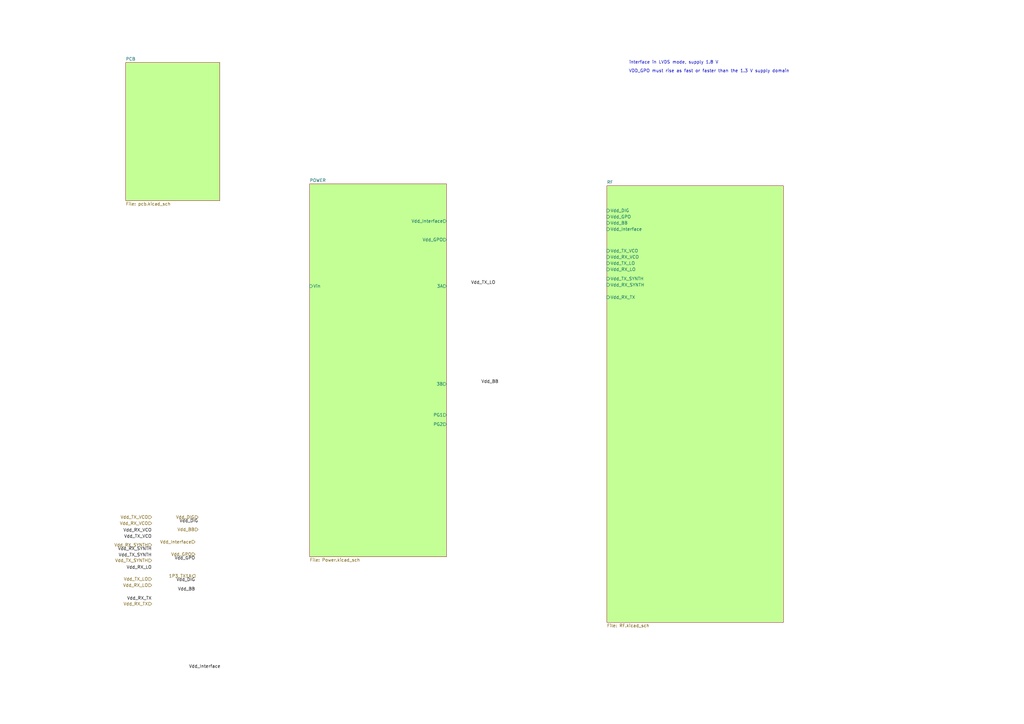
<source format=kicad_sch>
(kicad_sch
	(version 20231120)
	(generator "eeschema")
	(generator_version "8.0")
	(uuid "2452492c-7eb1-4d8c-9f90-9558314d6e1f")
	(paper "A3")
	(lib_symbols)
	(text "VDD_GPO must rise as fast or faster than the 1.3 V supply domain"
		(exclude_from_sim no)
		(at 290.83 29.21 0)
		(effects
			(font
				(size 1.27 1.27)
			)
		)
		(uuid "1c4ba4e3-1f26-4e60-a530-dc181ad9ff23")
	)
	(text "interface in LVDS mode, supply 1.8 V"
		(exclude_from_sim no)
		(at 276.352 25.654 0)
		(effects
			(font
				(size 1.27 1.27)
			)
		)
		(uuid "f7205ebf-0155-4c94-8677-53c9fdb15534")
	)
	(label "Vdd_BB"
		(at 80.01 242.57 180)
		(fields_autoplaced yes)
		(effects
			(font
				(size 1.27 1.27)
			)
			(justify right bottom)
		)
		(uuid "146230a8-b630-4b17-b3c9-fc4d2781f520")
	)
	(label "Vdd_TX_VCO"
		(at 62.23 220.98 180)
		(fields_autoplaced yes)
		(effects
			(font
				(size 1.27 1.27)
			)
			(justify right bottom)
		)
		(uuid "290d5ec3-2a65-4123-ad7f-e9fc46860da4")
	)
	(label "Vdd_TX_SYNTH"
		(at 62.23 228.6 180)
		(fields_autoplaced yes)
		(effects
			(font
				(size 1.27 1.27)
			)
			(justify right bottom)
		)
		(uuid "3d88ce06-253f-4a53-a244-eaeb79fb532b")
	)
	(label "Vdd_RX_VCO"
		(at 62.23 218.44 180)
		(fields_autoplaced yes)
		(effects
			(font
				(size 1.27 1.27)
			)
			(justify right bottom)
		)
		(uuid "4045fe92-f9a6-4a4c-b71a-36732a0f19af")
	)
	(label "Vdd_GPO"
		(at 80.01 229.87 180)
		(fields_autoplaced yes)
		(effects
			(font
				(size 1.27 1.27)
			)
			(justify right bottom)
		)
		(uuid "5941aa57-aef1-431e-8952-74f878e4b114")
	)
	(label "Vdd_DIG"
		(at 80.01 238.76 180)
		(fields_autoplaced yes)
		(effects
			(font
				(size 1.27 1.27)
			)
			(justify right bottom)
		)
		(uuid "62ffbf6a-220d-4439-832c-5f1adde907c5")
	)
	(label "Vdd_RX_SYNTH"
		(at 62.23 226.06 180)
		(fields_autoplaced yes)
		(effects
			(font
				(size 1.27 1.27)
			)
			(justify right bottom)
		)
		(uuid "6e95d382-6699-4613-bb26-5d1d9a0a64a5")
	)
	(label "Vdd_Interface"
		(at 77.47 274.32 0)
		(fields_autoplaced yes)
		(effects
			(font
				(size 1.27 1.27)
			)
			(justify left bottom)
		)
		(uuid "883edd8d-3487-4733-8f59-60f0f1b51c40")
	)
	(label "Vdd_TX_LO"
		(at 203.2 116.84 180)
		(fields_autoplaced yes)
		(effects
			(font
				(size 1.27 1.27)
			)
			(justify right bottom)
		)
		(uuid "98cb98a9-74fb-44b6-a1cf-5f86803cdcef")
	)
	(label "Vdd_RX_TX"
		(at 62.23 246.38 180)
		(fields_autoplaced yes)
		(effects
			(font
				(size 1.27 1.27)
			)
			(justify right bottom)
		)
		(uuid "b9ab02b9-2e5f-4c2b-b27c-108e853eb542")
	)
	(label "Vdd_BB"
		(at 204.47 157.48 180)
		(fields_autoplaced yes)
		(effects
			(font
				(size 1.27 1.27)
			)
			(justify right bottom)
		)
		(uuid "d0f595ff-b6c8-4363-9f2a-7971facb7fe9")
	)
	(label "Vdd_DIG"
		(at 81.28 214.63 180)
		(fields_autoplaced yes)
		(effects
			(font
				(size 1.27 1.27)
			)
			(justify right bottom)
		)
		(uuid "d2ea45bc-c043-4815-8680-595f55e350f5")
	)
	(label "Vdd_RX_LO"
		(at 62.23 233.68 180)
		(fields_autoplaced yes)
		(effects
			(font
				(size 1.27 1.27)
			)
			(justify right bottom)
		)
		(uuid "d71e3962-180e-4132-96b2-e432622476b9")
	)
	(hierarchical_label "Vdd_RX_TX"
		(shape input)
		(at 62.23 247.65 180)
		(fields_autoplaced yes)
		(effects
			(font
				(size 1.27 1.27)
			)
			(justify right)
		)
		(uuid "20c286fe-41bc-4f6f-8194-b5f87930b144")
	)
	(hierarchical_label "Vdd_RX_LO"
		(shape input)
		(at 62.23 240.03 180)
		(fields_autoplaced yes)
		(effects
			(font
				(size 1.27 1.27)
			)
			(justify right)
		)
		(uuid "3c6e721a-392f-4272-82e9-d921e315d968")
	)
	(hierarchical_label "Vdd_RX_VCO"
		(shape input)
		(at 62.23 214.63 180)
		(fields_autoplaced yes)
		(effects
			(font
				(size 1.27 1.27)
			)
			(justify right)
		)
		(uuid "40e46f8e-d1cb-46ec-ae01-15f6f0d2eef8")
	)
	(hierarchical_label "Vdd_GPO"
		(shape input)
		(at 80.01 227.33 180)
		(fields_autoplaced yes)
		(effects
			(font
				(size 1.27 1.27)
			)
			(justify right)
		)
		(uuid "423ccc51-e26c-4e1c-85cd-97aaa184e15a")
	)
	(hierarchical_label "Vdd_Interface"
		(shape input)
		(at 80.01 222.25 180)
		(fields_autoplaced yes)
		(effects
			(font
				(size 1.27 1.27)
			)
			(justify right)
		)
		(uuid "5a88e338-927b-466d-9428-11d02a63acf1")
	)
	(hierarchical_label "Vdd_BB"
		(shape input)
		(at 81.28 217.17 180)
		(fields_autoplaced yes)
		(effects
			(font
				(size 1.27 1.27)
			)
			(justify right)
		)
		(uuid "69ba56ad-354a-41bc-af0f-857d66e3c051")
	)
	(hierarchical_label "Vdd_DIG"
		(shape input)
		(at 81.28 212.09 180)
		(fields_autoplaced yes)
		(effects
			(font
				(size 1.27 1.27)
			)
			(justify right)
		)
		(uuid "72774aa5-f40e-4d0d-b5ec-8539c56cf21a")
	)
	(hierarchical_label "Vdd_TX_LO"
		(shape input)
		(at 62.23 237.49 180)
		(fields_autoplaced yes)
		(effects
			(font
				(size 1.27 1.27)
			)
			(justify right)
		)
		(uuid "adbe40c6-b941-4a50-87c4-95ee24be7daf")
	)
	(hierarchical_label "Vdd_TX_VCO"
		(shape input)
		(at 62.23 212.09 180)
		(fields_autoplaced yes)
		(effects
			(font
				(size 1.27 1.27)
			)
			(justify right)
		)
		(uuid "b9b4d2f1-b318-4999-8312-af299a0fa44f")
	)
	(hierarchical_label "1P3_TX1A"
		(shape output)
		(at 80.01 236.22 180)
		(fields_autoplaced yes)
		(effects
			(font
				(size 1.27 1.27)
			)
			(justify right)
		)
		(uuid "bc76bdf4-3450-4c38-84c5-a182e0e2396b")
	)
	(hierarchical_label "Vdd_RX_SYNTH"
		(shape input)
		(at 62.23 223.52 180)
		(fields_autoplaced yes)
		(effects
			(font
				(size 1.27 1.27)
			)
			(justify right)
		)
		(uuid "e2014067-3482-498e-81d9-8f405e03bed6")
	)
	(hierarchical_label "Vdd_TX_SYNTH"
		(shape input)
		(at 62.23 229.87 180)
		(fields_autoplaced yes)
		(effects
			(font
				(size 1.27 1.27)
			)
			(justify right)
		)
		(uuid "faa5caba-4b55-433a-a041-abe76ac4e0f9")
	)
	(sheet
		(at 248.92 76.2)
		(size 72.39 179.07)
		(fields_autoplaced yes)
		(stroke
			(width 0.1524)
			(type solid)
		)
		(fill
			(color 195 255 149 1.0000)
		)
		(uuid "bd28e2d3-ce8a-4bc7-bd9b-639a59f7ce76")
		(property "Sheetname" "RF"
			(at 248.92 75.4884 0)
			(effects
				(font
					(size 1.27 1.27)
				)
				(justify left bottom)
			)
		)
		(property "Sheetfile" "RF.kicad_sch"
			(at 248.92 255.8546 0)
			(effects
				(font
					(size 1.27 1.27)
				)
				(justify left top)
			)
		)
		(pin "Vdd_RX_LO" input
			(at 248.92 110.49 180)
			(effects
				(font
					(size 1.27 1.27)
				)
				(justify left)
			)
			(uuid "4993294e-8466-4a43-947f-8268edf8a5e3")
		)
		(pin "Vdd_TX_LO" input
			(at 248.92 107.95 180)
			(effects
				(font
					(size 1.27 1.27)
				)
				(justify left)
			)
			(uuid "57bdf08b-734b-460b-9229-7aa0eaf86f3b")
		)
		(pin "Vdd_RX_VCO" input
			(at 248.92 105.41 180)
			(effects
				(font
					(size 1.27 1.27)
				)
				(justify left)
			)
			(uuid "c642e261-c994-4613-aab3-d76a25922cd1")
		)
		(pin "Vdd_TX_SYNTH" input
			(at 248.92 114.3 180)
			(effects
				(font
					(size 1.27 1.27)
				)
				(justify left)
			)
			(uuid "95f6d05c-1fee-4ae7-866c-f6570c365b07")
		)
		(pin "Vdd_TX_VCO" input
			(at 248.92 102.87 180)
			(effects
				(font
					(size 1.27 1.27)
				)
				(justify left)
			)
			(uuid "98136f12-c350-48af-a9cf-ba4971ff3874")
		)
		(pin "Vdd_RX_SYNTH" input
			(at 248.92 116.84 180)
			(effects
				(font
					(size 1.27 1.27)
				)
				(justify left)
			)
			(uuid "2883bbcd-0ae0-4d40-9484-2847ada5d8d1")
		)
		(pin "Vdd_Interface" input
			(at 248.92 93.98 180)
			(effects
				(font
					(size 1.27 1.27)
				)
				(justify left)
			)
			(uuid "39155847-6e17-440c-9076-1cc29ec7b709")
		)
		(pin "Vdd_BB" input
			(at 248.92 91.44 180)
			(effects
				(font
					(size 1.27 1.27)
				)
				(justify left)
			)
			(uuid "f6f1b770-86a7-40d6-a67b-253787c5acde")
		)
		(pin "Vdd_GPO" input
			(at 248.92 88.9 180)
			(effects
				(font
					(size 1.27 1.27)
				)
				(justify left)
			)
			(uuid "503ac81b-cf7c-43a7-8e07-157e6ff57866")
		)
		(pin "Vdd_DIG" input
			(at 248.92 86.36 180)
			(effects
				(font
					(size 1.27 1.27)
				)
				(justify left)
			)
			(uuid "64cd9e44-0170-42b2-83ab-f58078a23404")
		)
		(pin "Vdd_RX_TX" input
			(at 248.92 121.92 180)
			(effects
				(font
					(size 1.27 1.27)
				)
				(justify left)
			)
			(uuid "438cbcc8-77b0-482c-bdf2-b2ada31851e9")
		)
		(instances
			(project "FCOMMS_AD9361"
				(path "/2452492c-7eb1-4d8c-9f90-9558314d6e1f"
					(page "3")
				)
			)
		)
	)
	(sheet
		(at 127 75.438)
		(size 56.134 152.908)
		(fields_autoplaced yes)
		(stroke
			(width 0.1524)
			(type solid)
		)
		(fill
			(color 195 255 149 1.0000)
		)
		(uuid "dd0d77da-885d-47c3-8c7a-7f7ebb9c153c")
		(property "Sheetname" "POWER"
			(at 127 74.7264 0)
			(effects
				(font
					(size 1.27 1.27)
				)
				(justify left bottom)
			)
		)
		(property "Sheetfile" "Power.kicad_sch"
			(at 127 228.9306 0)
			(effects
				(font
					(size 1.27 1.27)
				)
				(justify left top)
			)
		)
		(pin "Vin" input
			(at 127 117.348 180)
			(effects
				(font
					(size 1.27 1.27)
				)
				(justify left)
			)
			(uuid "9c4ff07e-0cf9-4d5e-8ff4-94256b9045ff")
		)
		(pin "3A" output
			(at 183.134 117.348 0)
			(effects
				(font
					(size 1.27 1.27)
				)
				(justify right)
			)
			(uuid "a62ee856-90b3-46a2-bf5a-ad58365fbf25")
		)
		(pin "3B" output
			(at 183.134 157.48 0)
			(effects
				(font
					(size 1.27 1.27)
				)
				(justify right)
			)
			(uuid "08641b03-bca2-40e6-8a7f-438b652a19e0")
		)
		(pin "Vdd_GPO" output
			(at 183.134 98.298 0)
			(effects
				(font
					(size 1.27 1.27)
				)
				(justify right)
			)
			(uuid "d9dbf56c-7ce4-4b5a-9b91-ac5dfad8d758")
		)
		(pin "Vdd_Interface" output
			(at 183.134 90.678 0)
			(effects
				(font
					(size 1.27 1.27)
				)
				(justify right)
			)
			(uuid "1cc02e2f-296b-440f-a2bd-7e9a9c96d92c")
		)
		(pin "PG1" output
			(at 183.134 170.18 0)
			(effects
				(font
					(size 1.27 1.27)
				)
				(justify right)
			)
			(uuid "71d67bc9-4fe0-499b-8476-d43cc98d30e1")
		)
		(pin "PG2" output
			(at 183.134 173.99 0)
			(effects
				(font
					(size 1.27 1.27)
				)
				(justify right)
			)
			(uuid "cfb26e8e-a83e-451f-97f7-afab66e9c17f")
		)
		(instances
			(project "FCOMMS_AD9361"
				(path "/2452492c-7eb1-4d8c-9f90-9558314d6e1f"
					(page "2")
				)
			)
		)
	)
	(sheet
		(at 51.562 25.654)
		(size 38.608 56.642)
		(fields_autoplaced yes)
		(stroke
			(width 0.1524)
			(type solid)
		)
		(fill
			(color 195 255 149 1.0000)
		)
		(uuid "e0666a63-bf96-42b4-a115-bd6e0dc6677b")
		(property "Sheetname" "PCB"
			(at 51.562 24.9424 0)
			(effects
				(font
					(size 1.27 1.27)
				)
				(justify left bottom)
			)
		)
		(property "Sheetfile" "pcb.kicad_sch"
			(at 51.562 82.8806 0)
			(effects
				(font
					(size 1.27 1.27)
				)
				(justify left top)
			)
		)
		(instances
			(project "FCOMMS_AD9361"
				(path "/2452492c-7eb1-4d8c-9f90-9558314d6e1f"
					(page "8")
				)
			)
		)
	)
	(sheet_instances
		(path "/"
			(page "1")
		)
	)
)

</source>
